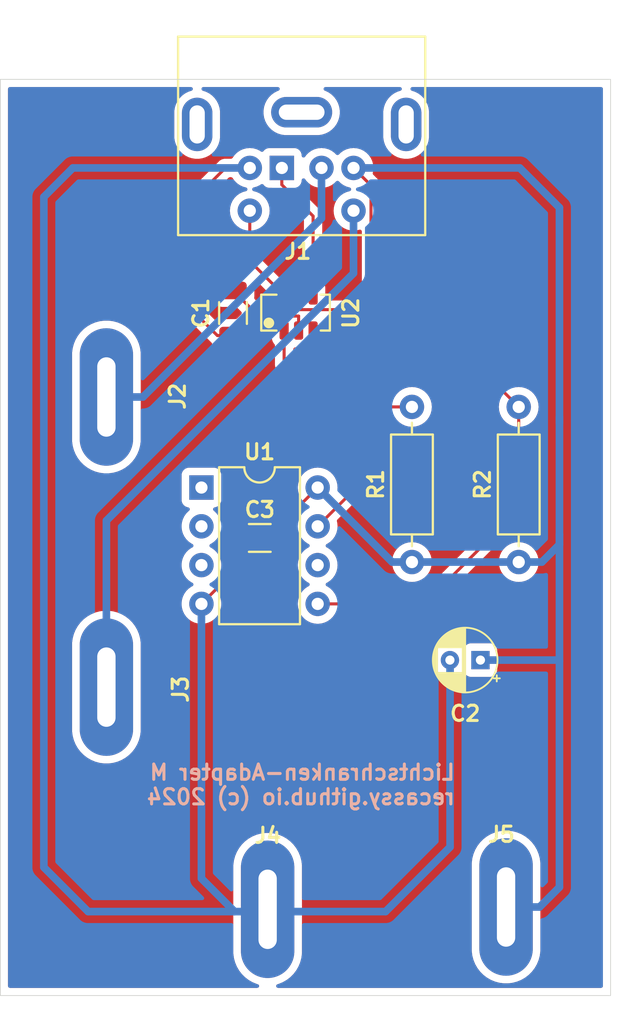
<source format=kicad_pcb>
(kicad_pcb (version 20240108) (generator "pcbnew") (generator_version "8.0")
  (layers (0 "F.Cu" signal) (31 "B.Cu" signal) (34 "B.Paste" user) (35 "F.Paste" user) (36 "B.SilkS" user "B.Silkscreen") (37 "F.SilkS" user "F.Silkscreen") (38 "B.Mask" user) (39 "F.Mask" user) (44 "Edge.Cuts" user))
  (net 0 "")
  (net 1 "GND")
  (net 2 "+5V")
  (net 3 "F")
  (net 4 "SCK")
  (net 5 "SDA")
  (net 6 "E")
  (net 7 "Net-(U1-PB2)")
  (net 8 "Net-(U1-AREF{slash}PB0)")
  (footprint "Library:Connector_Mini-DIN_Female_6Pin_2rows" (layer "F.Cu") (at 143.5 55.5 180)
    (property "Reference" "J1" (at -1.05 -5.47 0) (layer "F.SilkS") (effects (font (thickness 0.2) (bold yes))))
    (property "Value" "Mini-DIN-6")
    (fp_line (start 6.8 -4.4) (end 6.8 8.6) (stroke (width 0.15)) (layer "F.SilkS"))
    (fp_line (start -9.4 8.6) (end 6.8 8.6) (stroke (width 0.15)) (layer "F.SilkS"))
    (fp_line (start -9.4 -4.4) (end 6.8 -4.4) (stroke (width 0.15)) (layer "F.SilkS"))
    (fp_line (start -9.4 -4.4) (end -9.4 8.6) (stroke (width 0.15)) (layer "F.SilkS"))
    (pad "1" thru_hole rect (at 0 0 180) (size 1.6 1.6) (drill 0.8) (layers "*.Cu" "*.Mask") (net 5 "SDA"))
    (pad "2" thru_hole circle (at -2.6 0 180) (size 1.6 1.6) (drill 0.8) (layers "*.Cu" "*.Mask") (net 6 "E"))
    (pad "3" thru_hole circle (at 2.1 0 180) (size 1.6 1.6) (drill 0.8) (layers "*.Cu" "*.Mask") (net 1 "GND"))
    (pad "4" thru_hole circle (at -4.7 0 180) (size 1.6 1.6) (drill 0.8) (layers "*.Cu" "*.Mask") (net 2 "+5V"))
    (pad "5" thru_hole circle (at 2.1 -2.8 180) (size 1.6 1.6) (drill 0.8) (layers "*.Cu" "*.Mask") (net 4 "SCK"))
    (pad "6" thru_hole circle (at -4.7 -2.8 180) (size 1.6 1.6) (drill 0.8) (layers "*.Cu" "*.Mask") (net 3 "F"))
    (pad "7" thru_hole oval (at -8.15 2.85 180) (size 2 3.5) (drill oval 1 2.5) (layers "*.Cu" "*.Mask"))
    (pad "7" thru_hole oval (at -1.3 3.65 180) (size 4 2) (drill oval 3 1) (layers "*.Cu" "*.Mask"))
    (pad "7" thru_hole oval (at 5.55 2.85 180) (size 2 3.5) (drill oval 1 2.5) (layers "*.Cu" "*.Mask"))
  )
  (footprint "Library2:USBLC6" (layer "F.Cu") (at 148.65 65.15 90)
    (property "Reference" "U2" (at 0.14 -0.62 90) (layer "F.SilkS") (effects (font (thickness 0.2) (bold yes))))
    (property "Value" "USBLC6" (hide yes))
    (fp_line (start 1.35 -6.5) (end 1.35 -5.5) (stroke (width 0.15)) (layer "F.SilkS"))
    (fp_line (start -1 -6.5) (end 1.35 -6.5) (stroke (width 0.15)) (layer "F.SilkS"))
    (fp_line (start -1 -5.5) (end -1 -6.5) (stroke (width 0.15)) (layer "F.SilkS"))
    (fp_line (start -1 -2.6) (end -1 -2) (stroke (width 0.15)) (layer "F.SilkS"))
    (fp_line (start 1.35 -2) (end 1.35 -2.6) (stroke (width 0.15)) (layer "F.SilkS"))
    (fp_line (start -1 -2) (end 1.35 -2) (stroke (width 0.15)) (layer "F.SilkS"))
    (fp_circle (center -0.5 -6) (end -0.2 -6) (stroke (width 0.1)) (fill solid) (layer "F.SilkS"))
    (pad "1" smd roundrect (at -1 -5 90) (size 1.2 0.6) (layers "F.Cu" "F.Paste" "F.Mask") (net 7 "Net-(U1-PB2)"))
    (pad "2" smd roundrect (at -1 -4.05 90) (size 1.2 0.6) (layers "F.Cu" "F.Paste" "F.Mask") (net 1 "GND"))
    (pad "3" smd roundrect (at -1 -3.1 90) (size 1.2 0.6) (layers "F.Cu" "F.Paste" "F.Mask") (net 8 "Net-(U1-AREF{slash}PB0)"))
    (pad "4" smd roundrect (at 1.3 -3.1 90) (size 1.2 0.6) (layers "F.Cu" "F.Paste" "F.Mask") (net 5 "SDA"))
    (pad "5" smd roundrect (at 1.3 -4.05 90) (size 1.2 0.6) (layers "F.Cu" "F.Paste" "F.Mask") (net 2 "+5V"))
    (pad "6" smd roundrect (at 1.3 -5 90) (size 1.2 0.6) (layers "F.Cu" "F.Paste" "F.Mask") (net 4 "SCK"))
  )
  (footprint "Resistor_THT:R_Axial_DIN0207_L6.3mm_D2.5mm_P10.16mm_Horizontal" (layer "F.Cu") (at 152.03 81.31 90)
    (property "Reference" "R1" (at 5.08 -2.37 90) (layer "F.SilkS") (effects (font (thickness 0.2))))
    (property "Value" "R")
    (fp_line (start 8.35 -1.37) (end 1.81 -1.37) (stroke (width 0.15)) (layer "F.SilkS"))
    (fp_line (start 1.81 -1.37) (end 1.81 1.37) (stroke (width 0.15)) (layer "F.SilkS"))
    (fp_line (start 9.12 0) (end 8.35 0) (stroke (width 0.15)) (layer "F.SilkS"))
    (fp_line (start 1.04 0) (end 1.81 0) (stroke (width 0.15)) (layer "F.SilkS"))
    (fp_line (start 8.35 1.37) (end 8.35 -1.37) (stroke (width 0.15)) (layer "F.SilkS"))
    (fp_line (start 1.81 1.37) (end 8.35 1.37) (stroke (width 0.15)) (layer "F.SilkS"))
    (pad "1" thru_hole circle (at 0 0 90) (size 1.6 1.6) (drill 0.8) (layers "*.Cu" "*.Mask") (net 2 "+5V"))
    (pad "2" thru_hole oval (at 10.16 0 90) (size 1.6 1.6) (drill 0.8) (layers "*.Cu" "*.Mask") (net 7 "Net-(U1-PB2)"))
  )
  (footprint "Capacitor_THT:CP_Radial_D4.0mm_P2.00mm" (layer "F.Cu") (at 156.52 87.73 180)
    (property "Reference" "C2" (at 1 -3.5 0) (layer "F.SilkS") (effects (font (thickness 0.2) (bold yes))))
    (property "Value" "C_Polarized")
    (fp_line (start 3.081 -0.37) (end 3.081 0.37) (stroke (width 0.12)) (layer "F.SilkS"))
    (fp_line (start 3.041 -0.537) (end 3.041 0.537) (stroke (width 0.12)) (layer "F.SilkS"))
    (fp_line (start 3.001 -0.664) (end 3.001 0.664) (stroke (width 0.12)) (layer "F.SilkS"))
    (fp_line (start 2.961 -0.768) (end 2.961 0.768) (stroke (width 0.12)) (layer "F.SilkS"))
    (fp_line (start 2.921 -0.859) (end 2.921 0.859) (stroke (width 0.12)) (layer "F.SilkS"))
    (fp_line (start 2.881 -0.94) (end 2.881 0.94) (stroke (width 0.12)) (layer "F.SilkS"))
    (fp_line (start 2.841 -1.013) (end 2.841 1.013) (stroke (width 0.12)) (layer "F.SilkS"))
    (fp_line (start 2.801 0.84) (end 2.801 1.08) (stroke (width 0.12)) (layer "F.SilkS"))
    (fp_line (start 2.801 -1.08) (end 2.801 -0.84) (stroke (width 0.12)) (layer "F.SilkS"))
    (fp_line (start 2.761 0.84) (end 2.761 1.142) (stroke (width 0.12)) (layer "F.SilkS"))
    (fp_line (start 2.761 -1.142) (end 2.761 -0.84) (stroke (width 0.12)) (layer "F.SilkS"))
    (fp_line (start 2.721 0.84) (end 2.721 1.2) (stroke (width 0.12)) (layer "F.SilkS"))
    (fp_line (start 2.721 -1.2) (end 2.721 -0.84) (stroke (width 0.12)) (layer "F.SilkS"))
    (fp_line (start 2.681 0.84) (end 2.681 1.254) (stroke (width 0.12)) (layer "F.SilkS"))
    (fp_line (start 2.681 -1.254) (end 2.681 -0.84) (stroke (width 0.12)) (layer "F.SilkS"))
    (fp_line (start 2.641 0.84) (end 2.641 1.304) (stroke (width 0.12)) (layer "F.SilkS"))
    (fp_line (start 2.641 -1.304) (end 2.641 -0.84) (stroke (width 0.12)) (layer "F.SilkS"))
    (fp_line (start 2.601 0.84) (end 2.601 1.351) (stroke (width 0.12)) (layer "F.SilkS"))
    (fp_line (start 2.601 -1.351) (end 2.601 -0.84) (stroke (width 0.12)) (layer "F.SilkS"))
    (fp_line (start 2.561 0.84) (end 2.561 1.396) (stroke (width 0.12)) (layer "F.SilkS"))
    (fp_line (start 2.561 -1.396) (end 2.561 -0.84) (stroke (width 0.12)) (layer "F.SilkS"))
    (fp_line (start 2.521 0.84) (end 2.521 1.438) (stroke (width 0.12)) (layer "F.SilkS"))
    (fp_line (start 2.521 -1.438) (end 2.521 -0.84) (stroke (width 0.12)) (layer "F.SilkS"))
    (fp_line (start 2.481 0.84) (end 2.481 1.478) (stroke (width 0.12)) (layer "F.SilkS"))
    (fp_line (start 2.481 -1.478) (end 2.481 -0.84) (stroke (width 0.12)) (layer "F.SilkS"))
    (fp_line (start 2.441 0.84) (end 2.441 1.516) (stroke (width 0.12)) (layer "F.SilkS"))
    (fp_line (start 2.441 -1.516) (end 2.441 -0.84) (stroke (width 0.12)) (layer "F.SilkS"))
    (fp_line (start 2.401 0.84) (end 2.401 1.552) (stroke (width 0.12)) (layer "F.SilkS"))
    (fp_line (start 2.401 -1.552) (end 2.401 -0.84) (stroke (width 0.12)) (layer "F.SilkS"))
    (fp_line (start 2.361 0.84) (end 2.361 1.587) (stroke (width 0.12)) (layer "F.SilkS"))
    (fp_line (start 2.361 -1.587) (end 2.361 -0.84) (stroke (width 0.12)) (layer "F.SilkS"))
    (fp_line (start 2.321 0.84) (end 2.321 1.619) (stroke (width 0.12)) (layer "F.SilkS"))
    (fp_line (start 2.321 -1.619) (end 2.321 -0.84) (stroke (width 0.12)) (layer "F.SilkS"))
    (fp_line (start 2.281 0.84) (end 2.281 1.65) (stroke (width 0.12)) (layer "F.SilkS"))
    (fp_line (start 2.281 -1.65) (end 2.281 -0.84) (stroke (width 0.12)) (layer "F.SilkS"))
    (fp_line (start 2.241 0.84) (end 2.241 1.68) (stroke (width 0.12)) (layer "F.SilkS"))
    (fp_line (start 2.241 -1.68) (end 2.241 -0.84) (stroke (width 0.12)) (layer "F.SilkS"))
    (fp_line (start 2.201 0.84) (end 2.201 1.708) (stroke (width 0.12)) (layer "F.SilkS"))
    (fp_line (start 2.201 -1.708) (end 2.201 -0.84) (stroke (width 0.12)) (layer "F.SilkS"))
    (fp_line (start 2.161 0.84) (end 2.161 1.735) (stroke (width 0.12)) (layer "F.SilkS"))
    (fp_line (start 2.161 -1.735) (end 2.161 -0.84) (stroke (width 0.12)) (layer "F.SilkS"))
    (fp_line (start 2.121 0.84) (end 2.121 1.76) (stroke (width 0.12)) (layer "F.SilkS"))
    (fp_line (start 2.121 -1.76) (end 2.121 -0.84) (stroke (width 0.12)) (layer "F.SilkS"))
    (fp_line (start 2.081 0.84) (end 2.081 1.785) (stroke (width 0.12)) (layer "F.SilkS"))
    (fp_line (start 2.081 -1.785) (end 2.081 -0.84) (stroke (width 0.12)) (layer "F.SilkS"))
    (fp_line (start 2.041 0.84) (end 2.041 1.808) (stroke (width 0.12)) (layer "F.SilkS"))
    (fp_line (start 2.041 -1.808) (end 2.041 -0.84) (stroke (width 0.12)) (layer "F.SilkS"))
    (fp_line (start 2.001 0.84) (end 2.001 1.83) (stroke (width 0.12)) (layer "F.SilkS"))
    (fp_line (start 2.001 -1.83) (end 2.001 -0.84) (stroke (width 0.12)) (layer "F.SilkS"))
    (fp_line (start 1.961 0.84) (end 1.961 1.851) (stroke (width 0.12)) (layer "F.SilkS"))
    (fp_line (start 1.961 -1.851) (end 1.961 -0.84) (stroke (width 0.12)) (layer "F.SilkS"))
    (fp_line (start 1.921 0.84) (end 1.921 1.87) (stroke (width 0.12)) (layer "F.SilkS"))
    (fp_line (start 1.921 -1.87) (end 1.921 -0.84) (stroke (width 0.12)) (layer "F.SilkS"))
    (fp_line (start 1.881 0.84) (end 1.881 1.889) (stroke (width 0.12)) (layer "F.SilkS"))
    (fp_line (start 1.881 -1.889) (end 1.881 -0.84) (stroke (width 0.12)) (layer "F.SilkS"))
    (fp_line (start 1.841 0.84) (end 1.841 1.907) (stroke (width 0.12)) (layer "F.SilkS"))
    (fp_line (start 1.841 -1.907) (end 1.841 -0.84) (stroke (width 0.12)) (layer "F.SilkS"))
    (fp_line (start 1.801 0.84) (end 1.801 1.924) (stroke (width 0.12)) (layer "F.SilkS"))
    (fp_line (start 1.801 -1.924) (end 1.801 -0.84) (stroke (width 0.12)) (layer "F.SilkS"))
    (fp_line (start 1.761 0.84) (end 1.761 1.94) (stroke (width 0.12)) (layer "F.SilkS"))
    (fp_line (start 1.761 -1.94) (end 1.761 -0.84) (stroke (width 0.12)) (layer "F.SilkS"))
    (fp_line (start 1.721 0.84) (end 1.721 1.954) (stroke (width 0.12)) (layer "F.SilkS"))
    (fp_line (start 1.721 -1.954) (end 1.721 -0.84) (stroke (width 0.12)) (layer "F.SilkS"))
    (fp_line (start 1.68 0.84) (end 1.68 1.968) (stroke (width 0.12)) (layer "F.SilkS"))
    (fp_line (start 1.68 -1.968) (end 1.68 -0.84) (stroke (width 0.12)) (layer "F.SilkS"))
    (fp_line (start 1.64 0.84) (end 1.64 1.982) (stroke (width 0.12)) (layer "F.SilkS"))
    (fp_line (start 1.64 -1.982) (end 1.64 -0.84) (stroke (width 0.12)) (layer "F.SilkS"))
    (fp_line (start 1.6 0.84) (end 1.6 1.994) (stroke (width 0.12)) (layer "F.SilkS"))
    (fp_line (start 1.6 -1.994) (end 1.6 -0.84) (stroke (width 0.12)) (layer "F.SilkS"))
    (fp_line (start 1.56 0.84) (end 1.56 2.005) (stroke (width 0.12)) (layer "F.SilkS"))
    (fp_line (start 1.56 -2.005) (end 1.56 -0.84) (stroke (width 0.12)) (layer "F.SilkS"))
    (fp_line (start 1.52 0.84) (end 1.52 2.016) (stroke (width 0.12)) (layer "F.SilkS"))
    (fp_line (start 1.52 -2.016) (end 1.52 -0.84) (stroke (width 0.12)) (layer "F.SilkS"))
    (fp_line (start 1.48 0.84) (end 1.48 2.025) (stroke (width 0.12)) (layer "F.SilkS"))
    (fp_line (start 1.48 -2.025) (end 1.48 -0.84) (stroke (width 0.12)) (layer "F.SilkS"))
    (fp_line (start 1.44 0.84) (end 1.44 2.034) (stroke (width 0.12)) (layer "F.SilkS"))
    (fp_line (start 1.44 -2.034) (end 1.44 -0.84) (stroke (width 0.12)) (layer "F.SilkS"))
    (fp_line (start 1.4 0.84) (end 1.4 2.042) (stroke (width 0.12)) (layer "F.SilkS"))
    (fp_line (start 1.4 -2.042) (end 1.4 -0.84) (stroke (width 0.12)) (layer "F.SilkS"))
    (fp_line (start 1.36 0.84) (end 1.36 2.05) (stroke (width 0.12)) (layer "F.SilkS"))
    (fp_line (start 1.36 -2.05) (end 1.36 -0.84) (stroke (width 0.12)) (layer "F.SilkS"))
    (fp_line (start 1.32 0.84) (end 1.32 2.056) (stroke (width 0.12)) (layer "F.SilkS"))
    (fp_line (start 1.32 -2.056) (end 1.32 -0.84) (stroke (width 0.12)) (layer "F.SilkS"))
    (fp_line (start 1.28 0.84) (end 1.28 2.062) (stroke (width 0.12)) (layer "F.SilkS"))
    (fp_line (start 1.28 -2.062) (end 1.28 -0.84) (stroke (width 0.12)) (layer "F.SilkS"))
    (fp_line (start 1.24 0.84) (end 1.24 2.067) (stroke (width 0.12)) (layer "F.SilkS"))
    (fp_line (start 1.24 -2.067) (end 1.24 -0.84) (stroke (width 0.12)) (layer "F.SilkS"))
    (fp_line (start 1.2 0.84) (end 1.2 2.071) (stroke (width 0.12)) (layer "F.SilkS"))
    (fp_line (start 1.2 -2.071) (end 1.2 -0.84) (stroke (width 0.12)) (layer "F.SilkS"))
    (fp_line (start 1.16 -2.074) (end 1.16 2.074) (stroke (width 0.12)) (layer "F.SilkS"))
    (fp_line (start 1.12 -2.077) (end 1.12 2.077) (stroke (width 0.12)) (layer "F.SilkS"))
    (fp_line (start 1.08 -2.079) (end 1.08 2.079) (stroke (width 0.12)) (layer "F.SilkS"))
    (fp_line (start 1.04 -2.08) (end 1.04 2.08) (stroke (width 0.12)) (layer "F.SilkS"))
    (fp_line (start 1 -2.08) (end 1 2.08) (stroke (width 0.12)) (layer "F.SilkS"))
    (fp_line (start -1.069801 -1.395) (end -1.069801 -0.995) (stroke (width 0.12)) (layer "F.SilkS"))
    (fp_line (start -1.269801 -1.195) (end -0.869801 -1.195) (stroke (width 0.12)) (layer "F.SilkS"))
    (fp_circle (center 1 0) (end 3.12 0) (stroke (width 0.12)) (fill none) (layer "F.SilkS"))
    (pad "1" thru_hole rect (at 0 0 180) (size 1.2 1.2) (drill 0.6) (layers "*.Cu" "*.Mask") (net 2 "+5V"))
    (pad "2" thru_hole circle (at 2 0 180) (size 1.2 1.2) (drill 0.6) (layers "*.Cu" "*.Mask") (net 1 "GND"))
  )
  (footprint "Capacitor_SMD:C_1206_3216Metric" (layer "F.Cu") (at 142.055 79.73)
    (property "Reference" "C3" (at 0 -1.85 0) (layer "F.SilkS") (effects (font (thickness 0.2) (bold yes))))
    (property "Value" "C")
    (fp_line (start -0.711252 -0.91) (end 0.711252 -0.91) (stroke (width 0.15)) (layer "F.SilkS"))
    (fp_line (start -0.711252 0.91) (end 0.711252 0.91) (stroke (width 0.15)) (layer "F.SilkS"))
    (pad "1" smd roundrect (at -1.475 0) (size 1.15 1.8) (layers "F.Cu" "F.Paste" "F.Mask") (roundrect_rratio 0.217391) (net 1 "GND"))
    (pad "2" smd roundrect (at 1.475 0) (size 1.15 1.8) (layers "F.Cu" "F.Paste" "F.Mask") (roundrect_rratio 0.217391) (net 2 "+5V"))
  )
  (footprint "Library2:Banana-Slot" (layer "F.Cu") (at 136 89.5 90)
    (property "Reference" "J3" (at -0.14 0.86 90) (layer "F.SilkS") (effects (font (thickness 0.2) (bold yes))))
    (property "Value" "Conn_01x01_Socket")
    (pad "1" thru_hole oval (at 0 -4 90) (size 9 3.5) (drill oval 5.2 1.2) (layers "*.Cu" "*.Mask") (net 3 "F"))
  )
  (footprint "Resistor_THT:R_Axial_DIN0207_L6.3mm_D2.5mm_P10.16mm_Horizontal" (layer "F.Cu") (at 159.03 81.31 90)
    (property "Reference" "R2" (at 5.08 -2.37 90) (layer "F.SilkS") (effects (font (thickness 0.2) (bold yes))))
    (property "Value" "R")
    (fp_line (start 8.35 -1.37) (end 1.81 -1.37) (stroke (width 0.15)) (layer "F.SilkS"))
    (fp_line (start 1.81 -1.37) (end 1.81 1.37) (stroke (width 0.15)) (layer "F.SilkS"))
    (fp_line (start 9.12 0) (end 8.35 0) (stroke (width 0.15)) (layer "F.SilkS"))
    (fp_line (start 1.04 0) (end 1.81 0) (stroke (width 0.15)) (layer "F.SilkS"))
    (fp_line (start 8.35 1.37) (end 8.35 -1.37) (stroke (width 0.15)) (layer "F.SilkS"))
    (fp_line (start 1.81 1.37) (end 8.35 1.37) (stroke (width 0.15)) (layer "F.SilkS"))
    (pad "1" thru_hole circle (at 0 0 90) (size 1.6 1.6) (drill 0.8) (layers "*.Cu" "*.Mask") (net 2 "+5V"))
    (pad "2" thru_hole oval (at 10.16 0 90) (size 1.6 1.6) (drill 0.8) (layers "*.Cu" "*.Mask") (net 8 "Net-(U1-AREF{slash}PB0)"))
  )
  (footprint "Library2:Banana-Slot" (layer "F.Cu") (at 162.2 103.9 90)
    (property "Reference" "J5" (at 4.75 -4.3 0) (layer "F.SilkS") (effects (font (thickness 0.2) (bold yes))))
    (property "Value" "Conn_01x01_Socket")
    (pad "1" thru_hole oval (at 0 -4 90) (size 9 3.5) (drill oval 5.2 1.2) (layers "*.Cu" "*.Mask") (net 2 "+5V"))
  )
  (footprint "Capacitor_SMD:C_1206_3216Metric" (layer "F.Cu") (at 140.3 65 -90)
    (property "Reference" "C1" (at 0.01 2.1 90) (layer "F.SilkS") (effects (font (thickness 0.2) (bold yes))))
    (property "Value" "C")
    (fp_line (start -0.711252 0.91) (end 0.711252 0.91) (stroke (width 0.15)) (layer "F.SilkS"))
    (fp_line (start -0.711252 -0.91) (end 0.711252 -0.91) (stroke (width 0.15)) (layer "F.SilkS"))
    (pad "1" smd roundrect (at -1.475 0 270) (size 1.15 1.8) (layers "F.Cu" "F.Paste" "F.Mask") (roundrect_rratio 0.217391) (net 2 "+5V"))
    (pad "2" smd roundrect (at 1.475 0 270) (size 1.15 1.8) (layers "F.Cu" "F.Paste" "F.Mask") (roundrect_rratio 0.217391) (net 1 "GND"))
  )
  (footprint "Library2:Banana-Slot" (layer "F.Cu") (at 136 70.5 90)
    (property "Reference" "J2" (at 0.05 0.66 90) (layer "F.SilkS") (effects (font (thickness 0.2) (bold yes))))
    (property "Value" "Conn_01x01_Socket")
    (pad "1" thru_hole oval (at 0 -4 90) (size 9 3.5) (drill oval 5.2 1.2) (layers "*.Cu" "*.Mask") (net 6 "E"))
  )
  (footprint "Library2:Banana-Slot" (layer "F.Cu") (at 146.57 104.05 90)
    (property "Reference" "J4" (at 4.83 -3.98 0) (layer "F.SilkS") (effects (font (thickness 0.2) (bold yes))))
    (property "Value" "Conn_01x01_Socket")
    (pad "1" thru_hole oval (at 0 -4 90) (size 9 3.5) (drill oval 5.2 1.2) (layers "*.Cu" "*.Mask") (net 1 "GND"))
  )
  (footprint "Package_DIP:DIP-8_W7.62mm" (layer "F.Cu") (at 138.23 76.43)
    (property "Reference" "U1" (at 3.81 -2.33 0) (layer "F.SilkS") (effects (font (thickness 0.2))))
    (property "Value" "ATtiny25-20P")
    (fp_line (start 1.16 -1.33) (end 1.16 8.95) (stroke (width 0.15)) (layer "F.SilkS"))
    (fp_line (start 1.16 8.95) (end 6.46 8.95) (stroke (width 0.15)) (layer "F.SilkS"))
    (fp_line (start 2.81 -1.33) (end 1.16 -1.33) (stroke (width 0.15)) (layer "F.SilkS"))
    (fp_line (start 6.46 -1.33) (end 4.81 -1.33) (stroke (width 0.15)) (layer "F.SilkS"))
    (fp_line (start 6.46 8.95) (end 6.46 -1.33) (stroke (width 0.15)) (layer "F.SilkS"))
    (fp_arc (start 4.81 -1.33) (mid 3.81 -0.33) (end 2.81 -1.33) (stroke (width 0.15)) (layer "F.SilkS"))
    (pad "1" thru_hole rect (at 0 0) (size 1.6 1.6) (drill 0.8) (layers "*.Cu" "*.Mask"))
    (pad "2" thru_hole oval (at 0 2.54) (size 1.6 1.6) (drill 0.8) (layers "*.Cu" "*.Mask"))
    (pad "3" thru_hole oval (at 0 5.08) (size 1.6 1.6) (drill 0.8) (layers "*.Cu" "*.Mask"))
    (pad "4" thru_hole oval (at 0 7.62) (size 1.6 1.6) (drill 0.8) (layers "*.Cu" "*.Mask") (net 1 "GND"))
    (pad "5" thru_hole oval (at 7.62 7.62) (size 1.6 1.6) (drill 0.8) (layers "*.Cu" "*.Mask") (net 8 "Net-(U1-AREF{slash}PB0)"))
    (pad "6" thru_hole oval (at 7.62 5.08) (size 1.6 1.6) (drill 0.8) (layers "*.Cu" "*.Mask"))
    (pad "7" thru_hole oval (at 7.62 2.54) (size 1.6 1.6) (drill 0.8) (layers "*.Cu" "*.Mask") (net 7 "Net-(U1-PB2)"))
    (pad "8" thru_hole oval (at 7.62 0) (size 1.6 1.6) (drill 0.8) (layers "*.Cu" "*.Mask") (net 2 "+5V"))
  )
  (gr_rect (start 125.05 49.7) (end 165.05 109.7) (stroke (width 0.05)) (fill none) (layer "Edge.Cuts"))
  (gr_text "Lichtschranken-Adapter M\nrecassy.github.io (c) 2024" (at 154.95 97.28 0) (layer "B.SilkS") (effects (font (size 1 1) (thickness 0.2) (bold yes)) (justify left bottom mirror)))
  (segment (start 138.1 57.2) (end 139.8 55.5) (width 0.2) (layer "F.Cu") (net 1))
  (segment (start 140.3 66.475) (end 139.275 66.475) (width 0.2) (layer "F.Cu") (net 1))
  (segment (start 140.3 66.475) (end 141.575 65.2) (width 0.2) (layer "F.Cu") (net 1))
  (segment (start 138.23 84.05) (end 140.58 81.7) (width 0.2) (layer "F.Cu") (net 1))
  (segment (start 144.6 66.15) (end 144.25 66.5) (width 0.2) (layer "F.Cu") (net 1))
  (segment (start 144.6 65.2) (end 144.6 66.15) (width 0.2) (layer "F.Cu") (net 1))
  (segment (start 139.8 55.5) (end 141.4 55.5) (width 0.2) (layer "F.Cu") (net 1))
  (segment (start 140.58 81.7) (end 140.58 79.73) (width 0.2) (layer "F.Cu") (net 1))
  (segment (start 141.575 65.2) (end 144.6 65.2) (width 0.2) (layer "F.Cu") (net 1))
  (segment (start 140.69 79.6199) (end 140.8 79.5098) (width 0.2) (layer "F.Cu") (net 1))
  (segment (start 140.58 79.73) (end 140.69 79.6199) (width 0.2) (layer "F.Cu") (net 1))
  (segment (start 138.1 65.3) (end 138.1 57.2) (width 0.2) (layer "F.Cu") (net 1))
  (segment (start 139.275 66.475) (end 138.1 65.3) (width 0.2) (layer "F.Cu") (net 1))
  (segment (start 138.23 102.03) (end 140.4 104.2) (width 0.5) (layer "B.Cu") (net 1))
  (segment (start 129.8 55.5) (end 127.9 57.4) (width 0.5) (layer "B.Cu") (net 1))
  (segment (start 150.3 104.2) (end 154.53 99.97) (width 0.5) (layer "B.Cu") (net 1))
  (segment (start 138.23 98.07) (end 138.2 98.1) (width 0.2) (layer "B.Cu") (net 1))
  (segment (start 154.53 99.97) (end 154.53 87.73) (width 0.5) (layer "B.Cu") (net 1))
  (segment (start 142.5 104.2) (end 140.4 104.2) (width 0.5) (layer "B.Cu") (net 1))
  (segment (start 130.8 104.2) (end 127.9 101.3) (width 0.5) (layer "B.Cu") (net 1))
  (segment (start 142.5 104.2) (end 150.3 104.2) (width 0.5) (layer "B.Cu") (net 1))
  (segment (start 138.2 97.23) (end 138.23 97.2) (width 0.2) (layer "B.Cu") (net 1))
  (segment (start 138.23 84.05) (end 138.23 97.5) (width 0.5) (layer "B.Cu") (net 1))
  (segment (start 138.2 98.1) (end 138.2 97.23) (width 0.2) (layer "B.Cu") (net 1))
  (segment (start 127.9 57.4) (end 127.9 101.3) (width 0.5) (layer "B.Cu") (net 1))
  (segment (start 141.4 55.5) (end 129.8 55.5) (width 0.5) (layer "B.Cu") (net 1))
  (segment (start 138.23 97.5) (end 138.23 98.07) (width 0.5) (layer "B.Cu") (net 1))
  (segment (start 138.23 97.5) (end 138.23 102.03) (width 0.5) (layer "B.Cu") (net 1))
  (segment (start 140.4 104.2) (end 130.8 104.2) (width 0.5) (layer "B.Cu") (net 1))
  (segment (start 149.346 63.525) (end 149.346 63.7547) (width 0.2) (layer "F.Cu") (net 2))
  (segment (start 144.6 63.85) (end 144.6 64.6808) (width 0.2) (layer "F.Cu") (net 2))
  (segment (start 141.5558 64.7808) (end 140.3 63.525) (width 0.2) (layer "F.Cu") (net 2))
  (segment (start 145.24 64.7808) (end 144.5 64.7808) (width 0.2) (layer "F.Cu") (net 2))
  (segment (start 145.85 76.43) (end 143.53 78.75) (width 0.2) (layer "F.Cu") (net 2))
  (segment (start 143.53 78.75) (end 143.53 79.73) (width 0.2) (layer "F.Cu") (net 2))
  (segment (start 149.346 63.7547) (end 148.32 64.7808) (width 0.2) (layer "F.Cu") (net 2))
  (segment (start 144.6 64.6808) (end 144.5 64.7808) (width 0.2) (layer "F.Cu") (net 2))
  (segment (start 148.2 55.5) (end 149.346 56.6461) (width 0.2) (layer "F.Cu") (net 2))
  (segment (start 148.32 64.7808) (end 145.24 64.7808) (width 0.2) (layer "F.Cu") (net 2))
  (segment (start 149.346 56.6461) (end 149.346 63.525) (width 0.2) (layer "F.Cu") (net 2))
  (segment (start 144.5 64.7808) (end 141.5558 64.7808) (width 0.2) (layer "F.Cu") (net 2))
  (segment (start 143.53 79.73) (end 143.886 80.0858) (width 0.2) (layer "F.Cu") (net 2))
  (segment (start 159 103.1) (end 158.2 103.9) (width 0.2) (layer "B.Cu") (net 2))
  (segment (start 161.7 87.8) (end 161.7 102.6) (width 0.5) (layer "B.Cu") (net 2))
  (segment (start 150.73 81.31) (end 145.85 76.43) (width 0.5) (layer "B.Cu") (net 2))
  (segment (start 156.63 81.41) (end 156.73 81.31) (width 0.2) (layer "B.Cu") (net 2))
  (segment (start 156.53 87.73) (end 156.63 87.63) (width 0.2) (layer "B.Cu") (net 2))
  (segment (start 159.03 81.31) (end 156.73 81.31) (width 0.5) (layer "B.Cu") (net 2))
  (segment (start 161.63 87.73) (end 161.7 87.8) (width 0.2) (layer "B.Cu") (net 2))
  (segment (start 161.7 80.16) (end 161.7 79.5) (width 0.5) (layer "B.Cu") (net 2))
  (segment (start 161.7 79.5) (end 161.7 71.8) (width 0.5) (layer "B.Cu") (net 2))
  (segment (start 161.7 102.6) (end 160.4 103.9) (width 0.5) (layer "B.Cu") (net 2))
  (segment (start 161.7 79.5) (end 161.7 87.8) (width 0.5) (layer "B.Cu") (net 2))
  (segment (start 160.55 81.31) (end 161.7 80.16) (width 0.5) (layer "B.Cu") (net 2))
  (segment (start 156.53 87.73) (end 161.63 87.73) (width 0.5) (layer "B.Cu") (net 2))
  (segment (start 152.03 81.31) (end 150.73 81.31) (width 0.5) (layer "B.Cu") (net 2))
  (segment (start 160.4 103.9) (end 158.2 103.9) (width 0.5) (layer "B.Cu") (net 2))
  (segment (start 159.03 81.31) (end 160.55 81.31) (width 0.5) (layer "B.Cu") (net 2))
  (segment (start 161.7 58.1) (end 161.7 72.2) (width 0.5) (layer "B.Cu") (net 2))
  (segment (start 161.7 72.2) (end 161.7 71.8) (width 0.2) (layer "B.Cu") (net 2))
  (segment (start 159.1 55.5) (end 161.7 58.1) (width 0.5) (layer "B.Cu") (net 2))
  (segment (start 161.73 80.13) (end 161.73 79.93) (width 0.2) (layer "B.Cu") (net 2))
  (segment (start 148.2 55.5) (end 159.1 55.5) (width 0.5) (layer "B.Cu") (net 2))
  (segment (start 156.73 81.31) (end 152.03 81.31) (width 0.5) (layer "B.Cu") (net 2))
  (segment (start 148.2 62.3979) (end 148.2 58.3) (width 0.5) (layer "B.Cu") (net 3))
  (segment (start 132 78.5979) (end 148.2 62.3979) (width 0.5) (layer "B.Cu") (net 3))
  (segment (start 132 89.5) (end 132 78.5979) (width 0.5) (layer "B.Cu") (net 3))
  (segment (start 141.4 61.6) (end 143.65 63.85) (width 0.2) (layer "F.Cu") (net 4))
  (segment (start 141.4 58.3) (end 141.4 61.6) (width 0.2) (layer "F.Cu") (net 4))
  (segment (start 145.55 58.6517) (end 145.55 63.85) (width 0.2) (layer "F.Cu") (net 5))
  (segment (start 143.5 55.5) (end 143.5 56.6017) (width 0.2) (layer "F.Cu") (net 5))
  (segment (start 143.5 56.6017) (end 145.55 58.6517) (width 0.2) (layer "F.Cu") (net 5))
  (segment (start 134.4 70.5) (end 146.1 58.8) (width 0.5) (layer "B.Cu") (net 6))
  (segment (start 146.1 58.8) (end 146.1 55.5) (width 0.5) (layer "B.Cu") (net 6))
  (segment (start 132 70.5) (end 134.4 70.5) (width 0.5) (layer "B.Cu") (net 6))
  (segment (start 143.65 66.15) (end 143.65 68.35) (width 0.2) (layer "F.Cu") (net 7))
  (segment (start 148.2 76.62) (end 148.2 71.15) (width 0.2) (layer "F.Cu") (net 7))
  (segment (start 143.65 68.35) (end 146.45 71.15) (width 0.2) (layer "F.Cu") (net 7))
  (segment (start 146.45 71.15) (end 148.2 71.15) (width 0.2) (layer "F.Cu") (net 7))
  (segment (start 145.85 78.97) (end 148.2 76.62) (width 0.2) (layer "F.Cu") (net 7))
  (segment (start 148.2 71.15) (end 152.03 71.15) (width 0.2) (layer "F.Cu") (net 7))
  (segment (start 159.03 71.15) (end 159.03 77.87) (width 0.2) (layer "F.Cu") (net 8))
  (segment (start 152.85 84.05) (end 145.85 84.05) (width 0.2) (layer "F.Cu") (net 8))
  (segment (start 159.03 77.87) (end 152.85 84.05) (width 0.2) (layer "F.Cu") (net 8))
  (segment (start 154.03 66.15) (end 145.55 66.15) (width 0.2) (layer "F.Cu") (net 8))
  (segment (start 159.03 71.15) (end 154.03 66.15) (width 0.2) (layer "F.Cu") (net 8))
  (segment (start 158.75 71.15) (end 159.03 71.15) (width 0.2) (layer "B.Cu") (net 8))
  (segment (start 159.03 70.65) (end 159.03 71.15) (width 0.2) (layer "B.Cu") (net 8))
  (segment (start 159.03 71.15) (end 159.03 71.7517) (width 0.2) (layer "B.Cu") (net 8))
  (zone (net 0) (net_name "") (layer "F.Cu") (connect_pads (clearance 0.5)) (min_thickness 0.25) (fill yes (thermal_gap 0.5) (thermal_bridge_width 0.5) (island_removal_mode 1) (island_area_min 10))
    (polygon (pts (xy 125.05 49.71) (xy 165.05 49.7) (xy 165.04 109.7) (xy 125.04 109.7)))
  )
  (zone (net 0) (net_name "") (layer "B.Cu") (priority 1) (connect_pads (clearance 0.5)) (min_thickness 0.25) (fill yes (thermal_gap 0.5) (thermal_bridge_width 0.5) (island_removal_mode 1) (island_area_min 10))
    (polygon (pts (xy 125.05 49.7) (xy 165.05 49.7) (xy 165.04 109.7) (xy 125.05 109.69)))
  )
)
</source>
